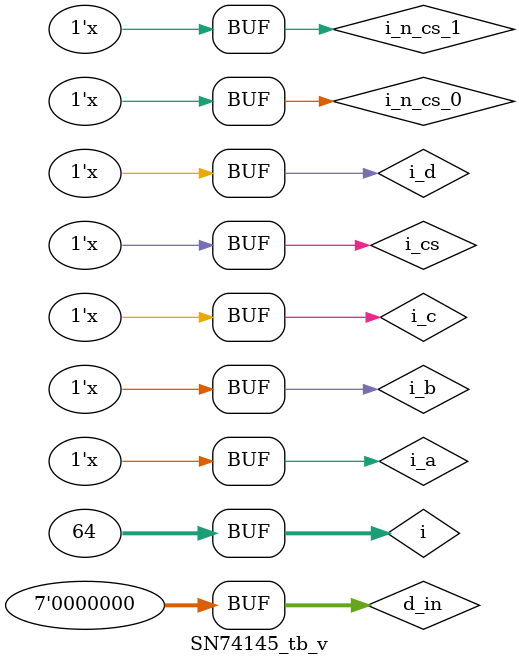
<source format=v>

`timescale 1ms/1ms

module SN74145_tb_v;
  
  reg  i_a, i_b, i_c, i_d;
  reg  i_cs, i_n_cs_0, i_n_cs_1;
  wire o_0, o_1, o_2, o_3, o_4, o_5, o_6, o_7, o_8, o_9;
 
  
  // reg i_a, i_b, i_c, i_d;
  reg [6:0] d_in = 4'b0000;
  integer i;
  
  // duv port map options:
  // SN74145_v__no_always duv (.i_code(i_code), .o_code(o_code), .o_valid(o_valid)); 
  SN74145_v duv (.i_a(i_a), .i_b(i_b), .i_c(i_c), .i_d(i_d),
                                  .i_cs(i_cs), .i_n_cs_0(i_n_cs_0), .i_n_cs_1(i_n_cs_1),
                                  .o_0 (o_0 ),
                                  .o_1 (o_1 ),
                                  .o_2 (o_2 ),
                                  .o_3 (o_3 ),
                                  .o_4 (o_4 ),
                                  .o_5 (o_5 ),
                                  .o_6 (o_6 ),
                                  .o_7 (o_7 ),
                                  .o_8 (o_8 ),
                                  .o_9 (o_9 )); 
  
  //procedure statement
  initial begin
      
      for (i = 0 ; i < 64 ; i = i + 1) begin
        #1000 i_a = d_in[0]; i_b = d_in[1]; i_c = d_in[2]; i_d = d_in[3]; i_cs = d_in[4]; i_n_cs_0 = d_in[5]; i_n_cs_1 = d_in[6];
        d_in = d_in + 1;
      end
          
    end

endmodule

</source>
